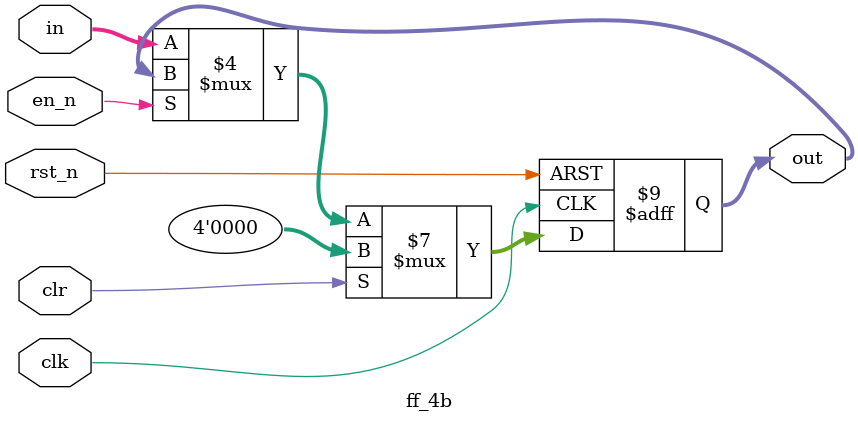
<source format=v>
`timescale 1ns/1ns


module ff_4b(in, out, clk, en_n, rst_n, clr);

input clk, en_n, rst_n, clr;
input [3:0] in;
output reg [3:0] out;


always @(posedge clk or negedge rst_n)
begin
    if (~rst_n)
    begin
        out <= 4'b0;
    end
    else if (clr)
    begin
        out <= 4'b0;
    end
    else if (~en_n)
    begin
        out <= in;
    end
end
endmodule
</source>
